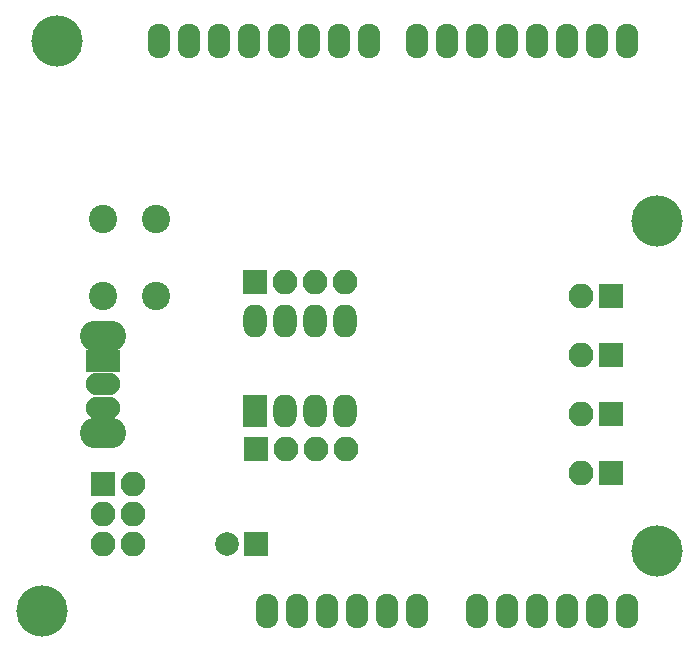
<source format=gbr>
G04 #@! TF.GenerationSoftware,KiCad,Pcbnew,(5.0.0)*
G04 #@! TF.CreationDate,2018-11-01T21:51:17+01:00*
G04 #@! TF.ProjectId,ATtiny85_Arduino_programmer,415474696E7938355F41726475696E6F,rev?*
G04 #@! TF.SameCoordinates,Original*
G04 #@! TF.FileFunction,Soldermask,Bot*
G04 #@! TF.FilePolarity,Negative*
%FSLAX46Y46*%
G04 Gerber Fmt 4.6, Leading zero omitted, Abs format (unit mm)*
G04 Created by KiCad (PCBNEW (5.0.0)) date 11/01/18 21:51:17*
%MOMM*%
%LPD*%
G01*
G04 APERTURE LIST*
%ADD10R,2.900000X1.900000*%
%ADD11O,2.900000X1.900000*%
%ADD12O,3.900000X2.600000*%
%ADD13O,2.000000X2.800000*%
%ADD14R,2.000000X2.800000*%
%ADD15C,2.400000*%
%ADD16O,1.924000X2.940000*%
%ADD17C,4.337000*%
%ADD18O,2.100000X2.100000*%
%ADD19R,2.100000X2.100000*%
%ADD20C,2.000000*%
%ADD21R,2.000000X2.000000*%
G04 APERTURE END LIST*
D10*
G04 #@! TO.C,SW2*
X145000000Y-75500000D03*
D11*
X145000000Y-77500000D03*
X145000000Y-79500000D03*
D12*
X145000000Y-73400000D03*
X145000000Y-81600000D03*
G04 #@! TD*
D13*
G04 #@! TO.C,U1*
X157912707Y-72108569D03*
X165532707Y-79728569D03*
X160452707Y-72108569D03*
X162992707Y-79728569D03*
X162992707Y-72108569D03*
X160452707Y-79728569D03*
X165532707Y-72108569D03*
D14*
X157912707Y-79728569D03*
G04 #@! TD*
D15*
G04 #@! TO.C,SW1*
X145000000Y-63500000D03*
X149500000Y-63500000D03*
X145000000Y-70000000D03*
X149500000Y-70000000D03*
G04 #@! TD*
D16*
G04 #@! TO.C,SHIELD1*
X189400000Y-96690501D03*
X186860000Y-96690501D03*
X184320000Y-96690501D03*
X176700000Y-96690501D03*
X179240000Y-96690501D03*
X181780000Y-96690501D03*
X171620000Y-96690501D03*
X169080000Y-96690501D03*
X166540000Y-96690501D03*
X161460000Y-96690501D03*
X158920000Y-96690501D03*
X189400000Y-48430501D03*
X186860000Y-48430501D03*
X184320000Y-48430501D03*
X181780000Y-48430501D03*
X179240000Y-48430501D03*
X176700000Y-48430501D03*
X174160000Y-48430501D03*
X171620000Y-48430501D03*
X167556000Y-48430501D03*
X165016000Y-48430501D03*
X162476000Y-48430501D03*
X159936000Y-48430501D03*
X157396000Y-48430501D03*
X154856000Y-48430501D03*
X152316000Y-48430501D03*
X149776000Y-48430501D03*
X164000000Y-96690501D03*
D17*
X191940000Y-91610501D03*
X191940000Y-63670501D03*
X141140000Y-48430501D03*
X139870000Y-96690501D03*
G04 #@! TD*
D18*
G04 #@! TO.C,JP4*
X185460000Y-85000000D03*
D19*
X188000000Y-85000000D03*
G04 #@! TD*
G04 #@! TO.C,JP3*
X188000000Y-80000000D03*
D18*
X185460000Y-80000000D03*
G04 #@! TD*
G04 #@! TO.C,JP2*
X185460000Y-75000000D03*
D19*
X188000000Y-75000000D03*
G04 #@! TD*
G04 #@! TO.C,JP1*
X188000000Y-70000000D03*
D18*
X185460000Y-70000000D03*
G04 #@! TD*
D19*
G04 #@! TO.C,J3*
X157918607Y-68829009D03*
D18*
X160458607Y-68829009D03*
X162998607Y-68829009D03*
X165538607Y-68829009D03*
G04 #@! TD*
G04 #@! TO.C,J2*
X165548767Y-82981889D03*
X163008767Y-82981889D03*
X160468767Y-82981889D03*
D19*
X157928767Y-82981889D03*
G04 #@! TD*
D18*
G04 #@! TO.C,J1*
X147540000Y-91000000D03*
X145000000Y-91000000D03*
X147540000Y-88460000D03*
X145000000Y-88460000D03*
X147540000Y-85920000D03*
D19*
X145000000Y-85920000D03*
G04 #@! TD*
D20*
G04 #@! TO.C,C1*
X155500000Y-91000000D03*
D21*
X158000000Y-91000000D03*
G04 #@! TD*
M02*

</source>
